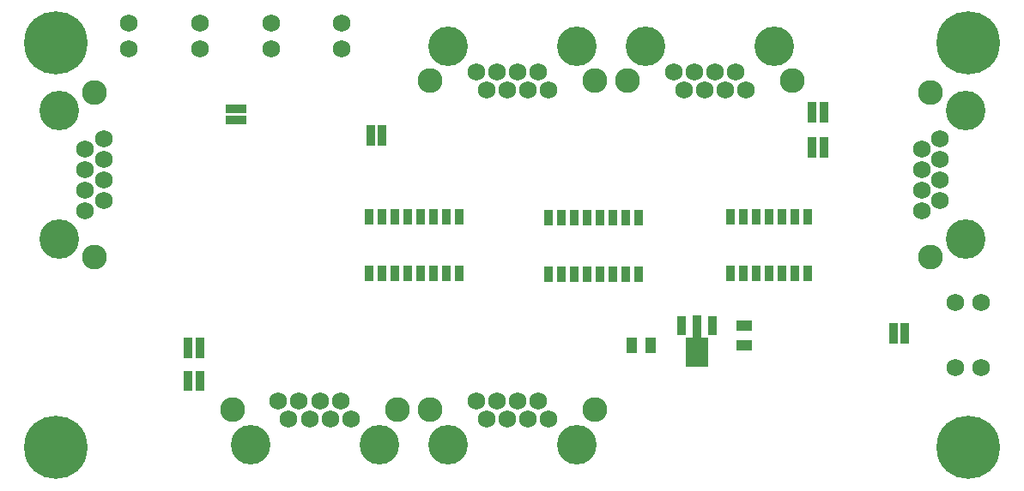
<source format=gts>
G04 (created by PCBNEW (2013-07-07 BZR 4022)-stable) date 18/09/2013 13:55:04*
%MOIN*%
G04 Gerber Fmt 3.4, Leading zero omitted, Abs format*
%FSLAX34Y34*%
G01*
G70*
G90*
G04 APERTURE LIST*
%ADD10C,0.00590551*%
%ADD11R,0.0348425X0.0598425*%
%ADD12R,0.033474X0.019674*%
%ADD13R,0.0354425X0.0216425*%
%ADD14R,0.019674X0.033474*%
%ADD15C,0.246063*%
%ADD16C,0.0688976*%
%ADD17R,0.0448425X0.0648425*%
%ADD18R,0.0648425X0.0448425*%
%ADD19C,0.153543*%
%ADD20C,0.0689425*%
%ADD21C,0.0964567*%
%ADD22R,0.0374425X0.0728425*%
%ADD23R,0.0374425X0.0925425*%
%ADD24R,0.0885425X0.118143*%
G04 APERTURE END LIST*
G54D10*
G54D11*
X35889Y-13466D03*
X35389Y-13466D03*
X34889Y-13466D03*
X34389Y-13466D03*
X33889Y-13466D03*
X33389Y-13466D03*
X32889Y-13466D03*
X32889Y-15666D03*
X33389Y-15666D03*
X33889Y-15666D03*
X34389Y-15666D03*
X34889Y-15666D03*
X35389Y-15666D03*
X35889Y-15666D03*
X18840Y-15666D03*
X19340Y-15666D03*
X19840Y-15666D03*
X20340Y-15666D03*
X20840Y-15666D03*
X21340Y-15666D03*
X21840Y-15666D03*
X22340Y-15666D03*
X22340Y-13466D03*
X21840Y-13466D03*
X21340Y-13466D03*
X20840Y-13466D03*
X20340Y-13466D03*
X19840Y-13466D03*
X19340Y-13466D03*
X18840Y-13466D03*
X25828Y-15686D03*
X26328Y-15686D03*
X26828Y-15686D03*
X27328Y-15686D03*
X27828Y-15686D03*
X28328Y-15686D03*
X28828Y-15686D03*
X29328Y-15686D03*
X29328Y-13486D03*
X28828Y-13486D03*
X28328Y-13486D03*
X27828Y-13486D03*
X27328Y-13486D03*
X26828Y-13486D03*
X26328Y-13486D03*
X25828Y-13486D03*
G54D12*
X18905Y-10000D03*
X18905Y-10197D03*
X18905Y-10394D03*
X18905Y-10591D03*
X19358Y-10591D03*
X19358Y-10394D03*
X19358Y-10197D03*
X19358Y-10000D03*
X11819Y-18267D03*
X11819Y-18464D03*
X11819Y-18661D03*
X11819Y-18858D03*
X12272Y-18858D03*
X12272Y-18661D03*
X12272Y-18464D03*
X12272Y-18267D03*
X36051Y-10472D03*
X36051Y-10669D03*
X36051Y-10866D03*
X36051Y-11063D03*
X36504Y-11063D03*
X36504Y-10866D03*
X36504Y-10669D03*
X36504Y-10472D03*
G54D13*
X39201Y-17697D03*
X39201Y-17894D03*
X39201Y-18091D03*
X39201Y-18288D03*
X39654Y-18288D03*
X39654Y-18091D03*
X39654Y-17894D03*
X39654Y-17697D03*
G54D12*
X11819Y-19547D03*
X11819Y-19744D03*
X11819Y-19941D03*
X11819Y-20138D03*
X12272Y-20138D03*
X12272Y-19941D03*
X12272Y-19744D03*
X12272Y-19547D03*
G54D14*
X13386Y-9696D03*
X13583Y-9696D03*
X13780Y-9696D03*
X13977Y-9696D03*
X13977Y-9243D03*
X13780Y-9243D03*
X13583Y-9243D03*
X13386Y-9243D03*
G54D12*
X36507Y-9684D03*
X36507Y-9487D03*
X36507Y-9290D03*
X36507Y-9093D03*
X36054Y-9093D03*
X36054Y-9290D03*
X36054Y-9487D03*
X36054Y-9684D03*
G54D15*
X6692Y-6692D03*
X6692Y-22440D03*
X42125Y-22440D03*
X42125Y-6692D03*
G54D16*
X41625Y-16791D03*
X42625Y-16791D03*
X9527Y-6917D03*
X9527Y-5917D03*
X41625Y-19311D03*
X42625Y-19311D03*
X12283Y-6917D03*
X12283Y-5917D03*
X15039Y-6917D03*
X15039Y-5917D03*
X17795Y-6917D03*
X17795Y-5917D03*
G54D17*
X29034Y-18464D03*
X29784Y-18464D03*
G54D18*
X33425Y-17695D03*
X33425Y-18445D03*
G54D19*
X21909Y-6811D03*
X26909Y-6811D03*
G54D20*
X23003Y-7811D03*
X23405Y-8511D03*
X23807Y-7811D03*
X24208Y-8511D03*
X24610Y-7811D03*
X25011Y-8511D03*
X25413Y-7811D03*
X25814Y-8511D03*
G54D21*
X21208Y-8161D03*
X27610Y-8161D03*
G54D19*
X6830Y-14330D03*
X6830Y-9330D03*
G54D20*
X7830Y-13236D03*
X8531Y-12834D03*
X7830Y-12433D03*
X8531Y-12031D03*
X7830Y-11629D03*
X8531Y-11228D03*
X7830Y-10826D03*
X8531Y-10425D03*
G54D21*
X8181Y-15031D03*
X8181Y-8629D03*
G54D19*
X42007Y-9330D03*
X42007Y-14330D03*
G54D20*
X41007Y-10425D03*
X40307Y-10826D03*
X41007Y-11228D03*
X40307Y-11629D03*
X41007Y-12031D03*
X40307Y-12433D03*
X41007Y-12834D03*
X40307Y-13236D03*
G54D21*
X40657Y-8629D03*
X40657Y-15031D03*
G54D19*
X19232Y-22322D03*
X14232Y-22322D03*
G54D20*
X18137Y-21322D03*
X17736Y-20622D03*
X17334Y-21322D03*
X16933Y-20622D03*
X16531Y-21322D03*
X16129Y-20622D03*
X15728Y-21322D03*
X15326Y-20622D03*
G54D21*
X19933Y-20972D03*
X13531Y-20972D03*
G54D19*
X29586Y-6811D03*
X34586Y-6811D03*
G54D20*
X30681Y-7811D03*
X31082Y-8511D03*
X31484Y-7811D03*
X31885Y-8511D03*
X32287Y-7811D03*
X32688Y-8511D03*
X33090Y-7811D03*
X33492Y-8511D03*
G54D21*
X28885Y-8161D03*
X35287Y-8161D03*
G54D19*
X26909Y-22322D03*
X21909Y-22322D03*
G54D20*
X25814Y-21322D03*
X25413Y-20622D03*
X25011Y-21322D03*
X24610Y-20622D03*
X24208Y-21322D03*
X23807Y-20622D03*
X23405Y-21322D03*
X23003Y-20622D03*
G54D21*
X27610Y-20972D03*
X21208Y-20972D03*
G54D22*
X32165Y-17677D03*
G54D23*
X31574Y-17775D03*
G54D22*
X30983Y-17677D03*
G54D24*
X31574Y-18720D03*
M02*

</source>
